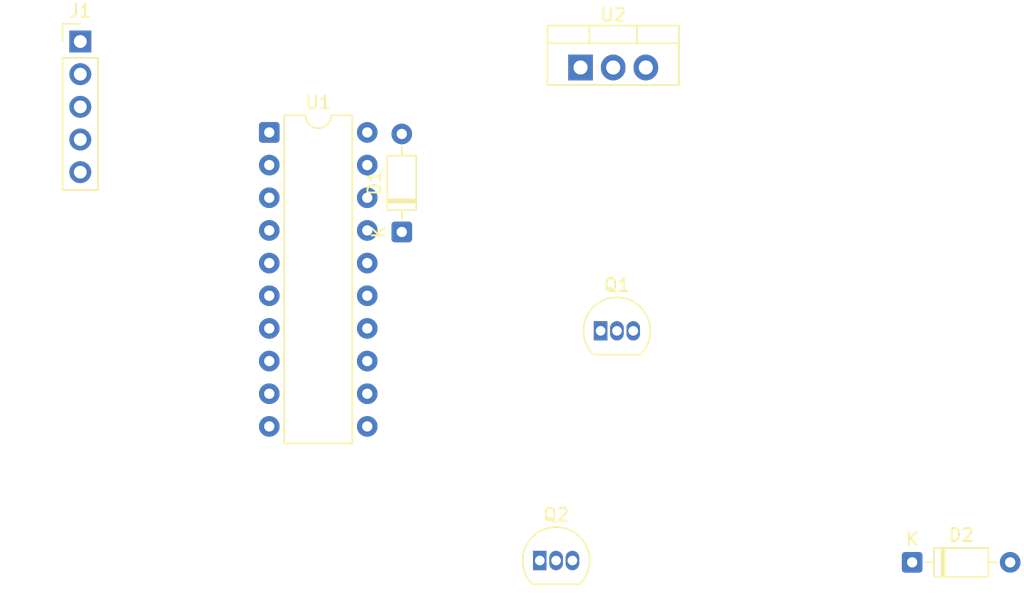
<source format=kicad_pcb>
(kicad_pcb (version 20241229) (generator "pcbnew") (generator_version "9.0")
  (layers (0 "F.Cu" signal) (2 "B.Cu" signal) (13 "F.Paste" user) (15 "B.Paste" user) (5 "F.SilkS" user "F.Silkscreen") (7 "B.SilkS" user "B.Silkscreen") (1 "F.Mask" user) (3 "B.Mask" user) (25 "Edge.Cuts" user))
  (net 0 "")
  (net 1 "/MCU/Vpp")
  (net 4 "GND")
  (net 9 "+5V")
  (net 10 "+9V")
  (net 11 "/MCU/ICSPCLK")
  (net 12 "/MCU/ICSPDAT")
  (net 13 "Net-(D1-A)")
  (net 14 "Net-(D1-K)")
  (net 15 "Net-(D2-K)")
  (net 16 "Net-(D2-A)")
  (net 17 "Net-(Q1-E)")
  (net 18 "Net-(Q1-B)")
  (net 19 "Net-(Q2-E)")
  (net 20 "Net-(Q2-B)")
  (net 21 "/MCU/MX1")
  (net 22 "/MCU/MX3")
  (net 23 "/MCU/SER_CLK")
  (net 24 "/MCU/SER_RCLK")
  (net 25 "BS")
  (net 26 "/MCU/SER_DAT")
  (net 27 "CH")
  (net 28 "/MCU/MX2")
  (net 29 "/MCU/SER_LD")
  (footprint "Diode_THT:D_DO-35_SOD27_P7.62mm_Horizontal" (layer "F.Cu") (at 144.19 103)
    (property "Reference" "D2" (at 3.81 -2.12 0) (layer "F.SilkS"))
    (property "Value" "1N4148")
    (fp_line (start 1.04 0) (end 1.69 0) (stroke (width 0.12)) (layer "F.SilkS"))
    (fp_line (start 2.29 -1.12) (end 2.29 1.12) (stroke (width 0.12)) (layer "F.SilkS"))
    (fp_line (start 2.41 -1.12) (end 2.41 1.12) (stroke (width 0.12)) (layer "F.SilkS"))
    (fp_line (start 2.53 -1.12) (end 2.53 1.12) (stroke (width 0.12)) (layer "F.SilkS"))
    (fp_line (start 6.58 0) (end 5.93 0) (stroke (width 0.12)) (layer "F.SilkS"))
    (fp_rect (start 1.69 -1.12) (end 5.93 1.12) (stroke (width 0.12)) (fill no) (layer "F.SilkS"))
    (fp_text user "K" (at 0 -1.8 0) (layer "F.SilkS"))
    (pad "1" thru_hole roundrect (at 0 0) (size 1.6 1.6) (drill 0.8) (layers "*.Cu" "*.Mask") (roundrect_rratio 0.15625) (net 15 "Net-(D2-K)"))
    (pad "2" thru_hole circle (at 7.62 0) (size 1.6 1.6) (drill 0.8) (layers "*.Cu" "*.Mask") (net 16 "Net-(D2-A)"))
  )
  (footprint "Diode_THT:D_DO-35_SOD27_P7.62mm_Horizontal" (layer "F.Cu") (at 104.5 77.31 90)
    (property "Reference" "D1" (at 3.81 -2.12 90) (layer "F.SilkS"))
    (property "Value" "1N4148")
    (fp_line (start 2.53 -1.12) (end 2.53 1.12) (stroke (width 0.12)) (layer "F.SilkS"))
    (fp_line (start 2.41 -1.12) (end 2.41 1.12) (stroke (width 0.12)) (layer "F.SilkS"))
    (fp_line (start 2.29 -1.12) (end 2.29 1.12) (stroke (width 0.12)) (layer "F.SilkS"))
    (fp_line (start 6.58 0) (end 5.93 0) (stroke (width 0.12)) (layer "F.SilkS"))
    (fp_line (start 1.04 0) (end 1.69 0) (stroke (width 0.12)) (layer "F.SilkS"))
    (fp_rect (start 1.69 -1.12) (end 5.93 1.12) (stroke (width 0.12)) (fill no) (layer "F.SilkS"))
    (fp_text user "K" (at 0 -1.8 90) (layer "F.SilkS"))
    (pad "1" thru_hole roundrect (at 0 0 90) (size 1.6 1.6) (drill 0.8) (layers "*.Cu" "*.Mask") (roundrect_rratio 0.15625) (net 14 "Net-(D1-K)"))
    (pad "2" thru_hole circle (at 7.62 0 90) (size 1.6 1.6) (drill 0.8) (layers "*.Cu" "*.Mask") (net 13 "Net-(D1-A)"))
  )
  (footprint "Package_TO_SOT_THT:TO-92_Inline" (layer "F.Cu") (at 119.96 85)
    (property "Reference" "Q1" (at 1.27 -3.56 0) (layer "F.SilkS"))
    (property "Value" "2N3904")
    (fp_line (start -0.53 1.85) (end 3.07 1.85) (stroke (width 0.12)) (layer "F.SilkS"))
    (fp_arc (start -0.568478 1.838478) (mid -1.132087 -0.994977) (end 1.27 -2.6) (stroke (width 0.12)) (layer "F.SilkS"))
    (fp_arc (start 1.27 -2.6) (mid 3.672087 -0.994977) (end 3.108478 1.838478) (stroke (width 0.12)) (layer "F.SilkS"))
    (pad "1" thru_hole rect (at 0 0) (size 1.05 1.5) (drill 0.75) (layers "*.Cu" "*.Mask") (net 17 "Net-(Q1-E)"))
    (pad "2" thru_hole oval (at 1.27 0) (size 1.05 1.5) (drill 0.75) (layers "*.Cu" "*.Mask") (net 18 "Net-(Q1-B)"))
    (pad "3" thru_hole oval (at 2.54 0) (size 1.05 1.5) (drill 0.75) (layers "*.Cu" "*.Mask") (net 9 "+5V"))
  )
  (footprint "Connector_PinHeader_2.54mm:PinHeader_1x05_P2.54mm_Vertical" (layer "F.Cu") (at 79.5 62.5)
    (property "Reference" "J1" (at 0 -2.38 0) (layer "F.SilkS"))
    (property "Value" "Conn_01x05_Pin")
    (fp_line (start -1.38 -1.38) (end 0 -1.38) (stroke (width 0.12)) (layer "F.SilkS"))
    (fp_line (start -1.38 0) (end -1.38 -1.38) (stroke (width 0.12)) (layer "F.SilkS"))
    (fp_line (start -1.38 1.27) (end -1.38 11.54) (stroke (width 0.12)) (layer "F.SilkS"))
    (fp_line (start -1.38 1.27) (end 1.38 1.27) (stroke (width 0.12)) (layer "F.SilkS"))
    (fp_line (start -1.38 11.54) (end 1.38 11.54) (stroke (width 0.12)) (layer "F.SilkS"))
    (fp_line (start 1.38 1.27) (end 1.38 11.54) (stroke (width 0.12)) (layer "F.SilkS"))
    (pad "1" thru_hole rect (at 0 0) (size 1.7 1.7) (drill 1) (layers "*.Cu" "*.Mask") (net 1 "/MCU/Vpp"))
    (pad "2" thru_hole circle (at 0 2.54) (size 1.7 1.7) (drill 1) (layers "*.Cu" "*.Mask") (net 9 "+5V"))
    (pad "3" thru_hole circle (at 0 5.08) (size 1.7 1.7) (drill 1) (layers "*.Cu" "*.Mask") (net 4 "GND"))
    (pad "4" thru_hole circle (at 0 7.62) (size 1.7 1.7) (drill 1) (layers "*.Cu" "*.Mask") (net 12 "/MCU/ICSPDAT"))
    (pad "5" thru_hole circle (at 0 10.16) (size 1.7 1.7) (drill 1) (layers "*.Cu" "*.Mask") (net 11 "/MCU/ICSPCLK"))
  )
  (footprint "Package_DIP:DIP-20_W7.62mm" (layer "F.Cu") (at 94.195 69.57)
    (property "Reference" "U1" (at 3.81 -2.33 0) (layer "F.SilkS"))
    (property "Value" "~")
    (fp_line (start 1.16 -1.33) (end 1.16 24.19) (stroke (width 0.12)) (layer "F.SilkS"))
    (fp_line (start 1.16 24.19) (end 6.46 24.19) (stroke (width 0.12)) (layer "F.SilkS"))
    (fp_line (start 2.81 -1.33) (end 1.16 -1.33) (stroke (width 0.12)) (layer "F.SilkS"))
    (fp_line (start 6.46 -1.33) (end 4.81 -1.33) (stroke (width 0.12)) (layer "F.SilkS"))
    (fp_line (start 6.46 24.19) (end 6.46 -1.33) (stroke (width 0.12)) (layer "F.SilkS"))
    (fp_arc (start 4.81 -1.33) (mid 3.81 -0.33) (end 2.81 -1.33) (stroke (width 0.12)) (layer "F.SilkS"))
    (pad "1" thru_hole roundrect (at 0 0) (size 1.6 1.6) (drill 0.8) (layers "*.Cu" "*.Mask") (roundrect_rratio 0.15625) (net 9 "+5V"))
    (pad "2" thru_hole circle (at 0 2.54) (size 1.6 1.6) (drill 0.8) (layers "*.Cu" "*.Mask") (net 22 "/MCU/MX3"))
    (pad "3" thru_hole circle (at 0 5.08) (size 1.6 1.6) (drill 0.8) (layers "*.Cu" "*.Mask") (net 28 "/MCU/MX2"))
    (pad "4" thru_hole circle (at 0 7.62) (size 1.6 1.6) (drill 0.8) (layers "*.Cu" "*.Mask") (net 1 "/MCU/Vpp"))
    (pad "5" thru_hole circle (at 0 10.16) (size 1.6 1.6) (drill 0.8) (layers "*.Cu" "*.Mask") (net 21 "/MCU/MX1"))
    (pad "6" thru_hole circle (at 0 12.7) (size 1.6 1.6) (drill 0.8) (layers "*.Cu" "*.Mask") (net 25 "BS"))
    (pad "7" thru_hole circle (at 0 15.24) (size 1.6 1.6) (drill 0.8) (layers "*.Cu" "*.Mask") (net 24 "/MCU/SER_RCLK"))
    (pad "8" thru_hole circle (at 0 17.78) (size 1.6 1.6) (drill 0.8) (layers "*.Cu" "*.Mask") (net 26 "/MCU/SER_DAT"))
    (pad "9" thru_hole circle (at 0 20.32) (size 1.6 1.6) (drill 0.8) (layers "*.Cu" "*.Mask") (net 23 "/MCU/SER_CLK"))
    (pad "10" thru_hole circle (at 0 22.86) (size 1.6 1.6) (drill 0.8) (layers "*.Cu" "*.Mask") (net 29 "/MCU/SER_LD"))
    (pad "11" thru_hole circle (at 7.62 22.86) (size 1.6 1.6) (drill 0.8) (layers "*.Cu" "*.Mask"))
    (pad "12" thru_hole circle (at 7.62 20.32) (size 1.6 1.6) (drill 0.8) (layers "*.Cu" "*.Mask"))
    (pad "13" thru_hole circle (at 7.62 17.78) (size 1.6 1.6) (drill 0.8) (layers "*.Cu" "*.Mask"))
    (pad "14" thru_hole circle (at 7.62 15.24) (size 1.6 1.6) (drill 0.8) (layers "*.Cu" "*.Mask"))
    (pad "15" thru_hole circle (at 7.62 12.7) (size 1.6 1.6) (drill 0.8) (layers "*.Cu" "*.Mask") (net 27 "CH"))
    (pad "16" thru_hole circle (at 7.62 10.16) (size 1.6 1.6) (drill 0.8) (layers "*.Cu" "*.Mask"))
    (pad "17" thru_hole circle (at 7.62 7.62) (size 1.6 1.6) (drill 0.8) (layers "*.Cu" "*.Mask"))
    (pad "18" thru_hole circle (at 7.62 5.08) (size 1.6 1.6) (drill 0.8) (layers "*.Cu" "*.Mask") (net 11 "/MCU/ICSPCLK"))
    (pad "19" thru_hole circle (at 7.62 2.54) (size 1.6 1.6) (drill 0.8) (layers "*.Cu" "*.Mask") (net 12 "/MCU/ICSPDAT"))
    (pad "20" thru_hole circle (at 7.62 0) (size 1.6 1.6) (drill 0.8) (layers "*.Cu" "*.Mask") (net 4 "GND"))
  )
  (footprint "Package_TO_SOT_THT:TO-220-3_Vertical" (layer "F.Cu") (at 118.4 64.52)
    (property "Reference" "U2" (at 2.54 -4.1 0) (layer "F.SilkS"))
    (property "Value" "LM7805_TO220")
    (fp_line (start -2.57 -3.26) (end 7.65 -3.26) (stroke (width 0.12)) (layer "F.SilkS"))
    (fp_line (start -2.57 -1.88) (end 7.65 -1.88) (stroke (width 0.12)) (layer "F.SilkS"))
    (fp_line (start -2.57 1.36) (end -2.57 -3.26) (stroke (width 0.12)) (layer "F.SilkS"))
    (fp_line (start 0.69 -3.26) (end 0.69 -1.88) (stroke (width 0.12)) (layer "F.SilkS"))
    (fp_line (start 4.39 -3.26) (end 4.39 -1.88) (stroke (width 0.12)) (layer "F.SilkS"))
    (fp_line (start 7.65 -3.26) (end 7.65 1.36) (stroke (width 0.12)) (layer "F.SilkS"))
    (fp_line (start 7.65 1.36) (end -2.57 1.36) (stroke (width 0.12)) (layer "F.SilkS"))
    (pad "1" thru_hole rect (at 0 0) (size 1.905 2) (drill 1.1) (layers "*.Cu" "*.Mask") (net 10 "+9V"))
    (pad "2" thru_hole oval (at 2.54 0) (size 1.905 2) (drill 1.1) (layers "*.Cu" "*.Mask") (net 4 "GND"))
    (pad "3" thru_hole oval (at 5.08 0) (size 1.905 2) (drill 1.1) (layers "*.Cu" "*.Mask") (net 9 "+5V"))
  )
  (footprint "Package_TO_SOT_THT:TO-92_Inline" (layer "F.Cu") (at 115.23 102.86)
    (property "Reference" "Q2" (at 1.27 -3.56 0) (layer "F.SilkS"))
    (property "Value" "2N3904")
    (fp_line (start -0.53 1.85) (end 3.07 1.85) (stroke (width 0.12)) (layer "F.SilkS"))
    (fp_arc (start -0.568478 1.838478) (mid -1.132087 -0.994977) (end 1.27 -2.6) (stroke (width 0.12)) (layer "F.SilkS"))
    (fp_arc (start 1.27 -2.6) (mid 3.672087 -0.994977) (end 3.108478 1.838478) (stroke (width 0.12)) (layer "F.SilkS"))
    (pad "1" thru_hole rect (at 0 0) (size 1.05 1.5) (drill 0.75) (layers "*.Cu" "*.Mask") (net 19 "Net-(Q2-E)"))
    (pad "2" thru_hole oval (at 1.27 0) (size 1.05 1.5) (drill 0.75) (layers "*.Cu" "*.Mask") (net 20 "Net-(Q2-B)"))
    (pad "3" thru_hole oval (at 2.54 0) (size 1.05 1.5) (drill 0.75) (layers "*.Cu" "*.Mask") (net 9 "+5V"))
  )
)
</source>
